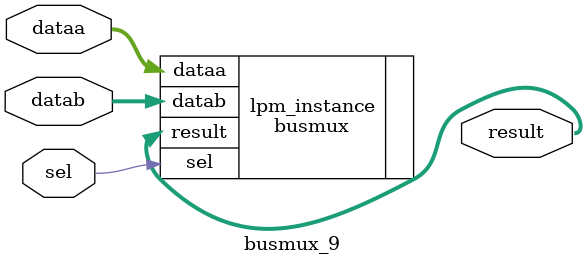
<source format=v>



module busmux_9(sel,dataa,datab,result);
input sel;
input [6:0] dataa;
input [6:0] datab;
output [6:0] result;

busmux	lpm_instance(.sel(sel),.dataa(dataa),.datab(datab),.result(result));
	defparam	lpm_instance.width = 7;

endmodule

</source>
